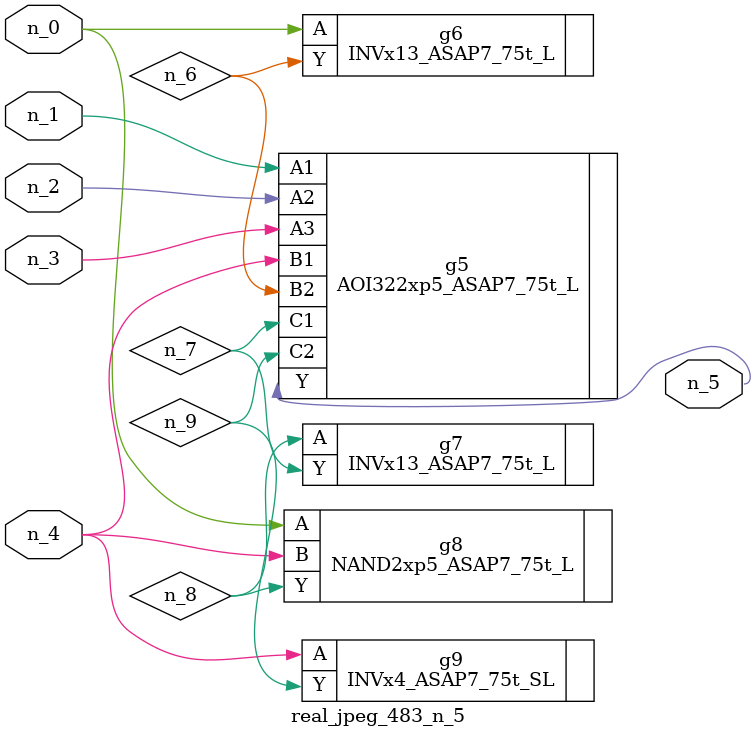
<source format=v>
module real_jpeg_483_n_5 (n_4, n_0, n_1, n_2, n_3, n_5);

input n_4;
input n_0;
input n_1;
input n_2;
input n_3;

output n_5;

wire n_8;
wire n_6;
wire n_7;
wire n_9;

INVx13_ASAP7_75t_L g6 ( 
.A(n_0),
.Y(n_6)
);

NAND2xp5_ASAP7_75t_L g8 ( 
.A(n_0),
.B(n_4),
.Y(n_8)
);

AOI322xp5_ASAP7_75t_L g5 ( 
.A1(n_1),
.A2(n_2),
.A3(n_3),
.B1(n_4),
.B2(n_6),
.C1(n_7),
.C2(n_9),
.Y(n_5)
);

INVx4_ASAP7_75t_SL g9 ( 
.A(n_4),
.Y(n_9)
);

INVx13_ASAP7_75t_L g7 ( 
.A(n_8),
.Y(n_7)
);


endmodule
</source>
